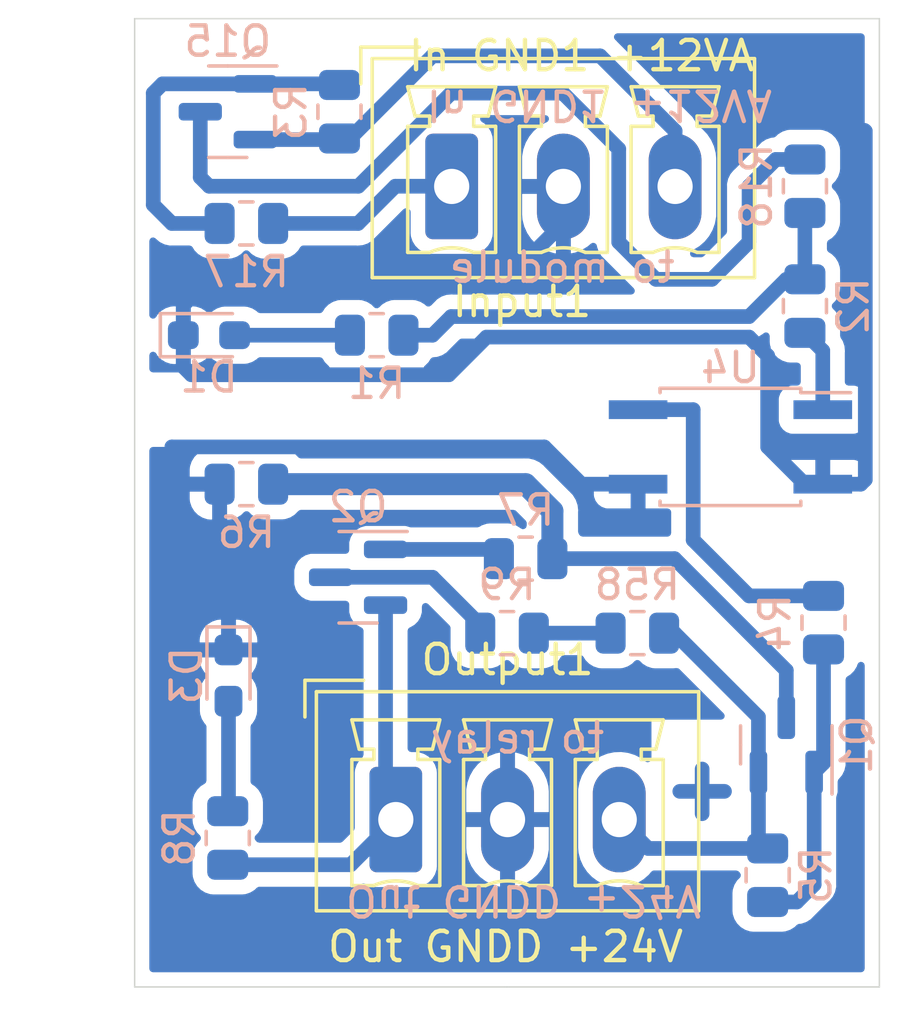
<source format=kicad_pcb>
(kicad_pcb (version 20211014) (generator pcbnew)
  (layers (0 "F.Cu" signal) (31 "B.Cu" signal) (34 "B.Paste" user) (35 "F.Paste" user) (36 "B.SilkS" user "B.Silkscreen") (37 "F.SilkS" user "F.Silkscreen") (38 "B.Mask" user) (39 "F.Mask" user) (44 "Edge.Cuts" user))
  (net 0 "")
  (net 1 "GND1")
  (net 2 "Net-(D1-Pad2)")
  (net 3 "GNDD")
  (net 4 "Net-(D3-Pad2)")
  (net 5 "+12VA")
  (net 6 "/INPUT_pin")
  (net 7 "/OUTPUT_pin")
  (net 8 "+24V")
  (net 9 "Net-(Q1-Pad1)")
  (net 10 "Net-(Q1-Pad3)")
  (net 11 "Net-(Q2-Pad1)")
  (net 12 "Net-(Q2-Pad3)")
  (net 13 "Net-(Q15-Pad1)")
  (net 14 "Net-(Q15-Pad3)")
  (net 15 "Net-(R1-Pad2)")
  (net 16 "Net-(R2-Pad1)")
  (net 17 "Net-(R4-Pad1)")
  (net 18 "Net-(R58-Pad2)")
  (footprint "Connector_Phoenix_MC:PhoenixContact_MCV_1,5_3-G-3.81_1x03_P3.81mm_Vertical" (layer "F.Cu") (at 121.3025 89.5425)
    (fp_text reference "Input1" (at 2.3955 3.9295) (layer "F.SilkS"))
    (fp_text value "Conn_01x03_Male")
    (fp_line (start 5.06 -2.4) (end 4.56 -2.4) (layer "F.SilkS") (width 0.12))
    (fp_line (start 8.87 -2.4) (end 8.37 -2.4) (layer "F.SilkS") (width 0.12))
    (fp_line (start 6.87 -2.05) (end 6.87 -2.4) (layer "F.SilkS") (width 0.12))
    (fp_line (start 0.75 -2.05) (end 1.5 -2.05) (layer "F.SilkS") (width 0.12))
    (fp_line (start 6.87 -2.4) (end 6.37 -2.4) (layer "F.SilkS") (width 0.12))
    (fp_line (start -0.75 2.25) (end -1.5 2.25) (layer "F.SilkS") (width 0.12))
    (fp_line (start 1.5 2.25) (end 0.75 2.25) (layer "F.SilkS") (width 0.12))
    (fp_line (start 6.12 -2.05) (end 6.87 -2.05) (layer "F.SilkS") (width 0.12))
    (fp_line (start 2.31 -2.05) (end 3.06 -2.05) (layer "F.SilkS") (width 0.12))
    (fp_line (start -1.5 2.25) (end -1.5 -2.05) (layer "F.SilkS") (width 0.12))
    (fp_line (start 6.37 -2.4) (end 6.12 -3.4) (layer "F.SilkS") (width 0.12))
    (fp_line (start 4.56 -2.05) (end 5.31 -2.05) (layer "F.SilkS") (width 0.12))
    (fp_line (start 3.06 -2.05) (end 3.06 -2.4) (layer "F.SilkS") (width 0.12))
    (fp_line (start -1.5 -2.05) (end -0.75 -2.05) (layer "F.SilkS") (width 0.12))
    (fp_line (start 5.31 -3.4) (end 5.06 -2.4) (layer "F.SilkS") (width 0.12))
    (fp_line (start 10.33 -4.36) (end -2.71 -4.36) (layer "F.SilkS") (width 0.12))
    (fp_line (start -1.25 -2.4) (end -1.5 -3.4) (layer "F.SilkS") (width 0.12))
    (fp_line (start 6.12 2.25) (end 6.12 -2.05) (layer "F.SilkS") (width 0.12))
    (fp_line (start 3.06 2.25) (end 2.31 2.25) (layer "F.SilkS") (width 0.12))
    (fp_line (start -2.71 -4.36) (end -2.71 3.11) (layer "F.SilkS") (width 0.12))
    (fp_line (start 9.12 2.25) (end 8.37 2.25) (layer "F.SilkS") (width 0.12))
    (fp_line (start -3.1 -4.75) (end -1.1 -4.75) (layer "F.SilkS") (width 0.12))
    (fp_line (start 5.31 -2.05) (end 5.31 2.25) (layer "F.SilkS") (width 0.12))
    (fp_line (start 2.31 2.25) (end 2.31 -2.05) (layer "F.SilkS") (width 0.12))
    (fp_line (start 9.12 -3.4) (end 8.87 -2.4) (layer "F.SilkS") (width 0.12))
    (fp_line (start 6.12 -3.4) (end 9.12 -3.4) (layer "F.SilkS") (width 0.12))
    (fp_line (start -3.1 -3.5) (end -3.1 -4.75) (layer "F.SilkS") (width 0.12))
    (fp_line (start 1.5 -2.05) (end 1.5 2.25) (layer "F.SilkS") (width 0.12))
    (fp_line (start 2.31 -3.4) (end 5.31 -3.4) (layer "F.SilkS") (width 0.12))
    (fp_line (start -2.71 3.11) (end 10.33 3.11) (layer "F.SilkS") (width 0.12))
    (fp_line (start 0.75 -2.4) (end 0.75 -2.05) (layer "F.SilkS") (width 0.12))
    (fp_line (start 4.56 -2.4) (end 4.56 -2.05) (layer "F.SilkS") (width 0.12))
    (fp_line (start -1.5 -3.4) (end 1.5 -3.4) (layer "F.SilkS") (width 0.12))
    (fp_line (start 8.37 -2.05) (end 9.12 -2.05) (layer "F.SilkS") (width 0.12))
    (fp_line (start 5.31 2.25) (end 4.56 2.25) (layer "F.SilkS") (width 0.12))
    (fp_line (start -0.75 -2.05) (end -0.75 -2.4) (layer "F.SilkS") (width 0.12))
    (fp_line (start 1.5 -3.4) (end 1.25 -2.4) (layer "F.SilkS") (width 0.12))
    (fp_line (start 9.12 -2.05) (end 9.12 2.25) (layer "F.SilkS") (width 0.12))
    (fp_line (start 1.25 -2.4) (end 0.75 -2.4) (layer "F.SilkS") (width 0.12))
    (fp_line (start 10.33 3.11) (end 10.33 -4.36) (layer "F.SilkS") (width 0.12))
    (fp_line (start 6.87 2.25) (end 6.12 2.25) (layer "F.SilkS") (width 0.12))
    (fp_line (start 8.37 -2.4) (end 8.37 -2.05) (layer "F.SilkS") (width 0.12))
    (fp_line (start 2.56 -2.4) (end 2.31 -3.4) (layer "F.SilkS") (width 0.12))
    (fp_line (start 3.06 -2.4) (end 2.56 -2.4) (layer "F.SilkS") (width 0.12))
    (fp_line (start -0.75 -2.4) (end -1.25 -2.4) (layer "F.SilkS") (width 0.12))
    (fp_arc (start 6.87 2.25) (mid 7.619807 2.09191) (end 8.369647 2.249844) (layer "F.SilkS") (width 0.12))
    (fp_arc (start 3.06 2.25) (mid 3.809807 2.09191) (end 4.559647 2.249844) (layer "F.SilkS") (width 0.12))
    (fp_arc (start -0.75 2.25) (mid -0.000193 2.09191) (end 0.749647 2.249844) (layer "F.SilkS") (width 0.12))
    (pad "1" thru_hole roundrect locked (at 0 0) (size 1.8 3.6) (drill 1.2) (layers *.Cu *.Mask) (roundrect_rratio 0.1388888889) (net 6 "/INPUT_pin"))
    (pad "2" thru_hole oval locked (at 3.81 0) (size 1.8 3.6) (drill 1.2) (layers *.Cu *.Mask) (net 1 "GND1"))
    (pad "3" thru_hole oval locked (at 7.62 0) (size 1.8 3.6) (drill 1.2) (layers *.Cu *.Mask) (net 5 "+12VA"))
  )
  (footprint "Connector_Phoenix_MC:PhoenixContact_MCV_1,5_3-G-3.81_1x03_P3.81mm_Vertical" (layer "F.Cu") (at 119.3975 111.1325)
    (fp_text reference "Output1" (at 3.81 -5.45) (layer "F.SilkS"))
    (fp_text value "Conn_01x03_Male")
    (fp_line (start 8.37 -2.05) (end 9.12 -2.05) (layer "F.SilkS") (width 0.12))
    (fp_line (start -1.5 -2.05) (end -0.75 -2.05) (layer "F.SilkS") (width 0.12))
    (fp_line (start -2.71 -4.36) (end -2.71 3.11) (layer "F.SilkS") (width 0.12))
    (fp_line (start -2.71 3.11) (end 10.33 3.11) (layer "F.SilkS") (width 0.12))
    (fp_line (start 9.12 -3.4) (end 8.87 -2.4) (layer "F.SilkS") (width 0.12))
    (fp_line (start -1.5 -3.4) (end 1.5 -3.4) (layer "F.SilkS") (width 0.12))
    (fp_line (start 9.12 -2.05) (end 9.12 2.25) (layer "F.SilkS") (width 0.12))
    (fp_line (start 4.56 -2.05) (end 5.31 -2.05) (layer "F.SilkS") (width 0.12))
    (fp_line (start 2.31 -3.4) (end 5.31 -3.4) (layer "F.SilkS") (width 0.12))
    (fp_line (start 2.56 -2.4) (end 2.31 -3.4) (layer "F.SilkS") (width 0.12))
    (fp_line (start 5.31 -3.4) (end 5.06 -2.4) (layer "F.SilkS") (width 0.12))
    (fp_line (start 2.31 2.25) (end 2.31 -2.05) (layer "F.SilkS") (width 0.12))
    (fp_line (start 0.75 -2.05) (end 1.5 -2.05) (layer "F.SilkS") (width 0.12))
    (fp_line (start 6.37 -2.4) (end 6.12 -3.4) (layer "F.SilkS") (width 0.12))
    (fp_line (start -1.25 -2.4) (end -1.5 -3.4) (layer "F.SilkS") (width 0.12))
    (fp_line (start 5.31 -2.05) (end 5.31 2.25) (layer "F.SilkS") (width 0.12))
    (fp_line (start -0.75 -2.05) (end -0.75 -2.4) (layer "F.SilkS") (width 0.12))
    (fp_line (start 1.5 -3.4) (end 1.25 -2.4) (layer "F.SilkS") (width 0.12))
    (fp_line (start 1.5 2.25) (end 0.75 2.25) (layer "F.SilkS") (width 0.12))
    (fp_line (start 6.12 -2.05) (end 6.87 -2.05) (layer "F.SilkS") (width 0.12))
    (fp_line (start 4.56 -2.4) (end 4.56 -2.05) (layer "F.SilkS") (width 0.12))
    (fp_line (start 6.87 2.25) (end 6.12 2.25) (layer "F.SilkS") (width 0.12))
    (fp_line (start 3.06 -2.4) (end 2.56 -2.4) (layer "F.SilkS") (width 0.12))
    (fp_line (start 3.06 -2.05) (end 3.06 -2.4) (layer "F.SilkS") (width 0.12))
    (fp_line (start 5.06 -2.4) (end 4.56 -2.4) (layer "F.SilkS") (width 0.12))
    (fp_line (start 3.06 2.25) (end 2.31 2.25) (layer "F.SilkS") (width 0.12))
    (fp_line (start -1.5 2.25) (end -1.5 -2.05) (layer "F.SilkS") (width 0.12))
    (fp_line (start 8.87 -2.4) (end 8.37 -2.4) (layer "F.SilkS") (width 0.12))
    (fp_line (start 10.33 -4.36) (end -2.71 -4.36) (layer "F.SilkS") (width 0.12))
    (fp_line (start 9.12 2.25) (end 8.37 2.25) (layer "F.SilkS") (width 0.12))
    (fp_line (start -0.75 -2.4) (end -1.25 -2.4) (layer "F.SilkS") (width 0.12))
    (fp_line (start -3.1 -4.75) (end -1.1 -4.75) (layer "F.SilkS") (width 0.12))
    (fp_line (start 10.33 3.11) (end 10.33 -4.36) (layer "F.SilkS") (width 0.12))
    (fp_line (start 6.12 -3.4) (end 9.12 -3.4) (layer "F.SilkS") (width 0.12))
    (fp_line (start 6.87 -2.4) (end 6.37 -2.4) (layer "F.SilkS") (width 0.12))
    (fp_line (start 6.87 -2.05) (end 6.87 -2.4) (layer "F.SilkS") (width 0.12))
    (fp_line (start -0.75 2.25) (end -1.5 2.25) (layer "F.SilkS") (width 0.12))
    (fp_line (start 1.5 -2.05) (end 1.5 2.25) (layer "F.SilkS") (width 0.12))
    (fp_line (start 2.31 -2.05) (end 3.06 -2.05) (layer "F.SilkS") (width 0.12))
    (fp_line (start -3.1 -3.5) (end -3.1 -4.75) (layer "F.SilkS") (width 0.12))
    (fp_line (start 1.25 -2.4) (end 0.75 -2.4) (layer "F.SilkS") (width 0.12))
    (fp_line (start 5.31 2.25) (end 4.56 2.25) (layer "F.SilkS") (width 0.12))
    (fp_line (start 6.12 2.25) (end 6.12 -2.05) (layer "F.SilkS") (width 0.12))
    (fp_line (start 0.75 -2.4) (end 0.75 -2.05) (layer "F.SilkS") (width 0.12))
    (fp_line (start 8.37 -2.4) (end 8.37 -2.05) (layer "F.SilkS") (width 0.12))
    (fp_arc (start -0.75 2.25) (mid -0.000193 2.09191) (end 0.749647 2.249844) (layer "F.SilkS") (width 0.12))
    (fp_arc (start 6.87 2.25) (mid 7.619807 2.09191) (end 8.369647 2.249844) (layer "F.SilkS") (width 0.12))
    (fp_arc (start 3.06 2.25) (mid 3.809807 2.09191) (end 4.559647 2.249844) (layer "F.SilkS") (width 0.12))
    (pad "1" thru_hole roundrect locked (at 0 0) (size 1.8 3.6) (drill 1.2) (layers *.Cu *.Mask) (roundrect_rratio 0.1388888889) (net 7 "/OUTPUT_pin"))
    (pad "2" thru_hole oval locked (at 3.81 0) (size 1.8 3.6) (drill 1.2) (layers *.Cu *.Mask) (net 3 "GNDD"))
    (pad "3" thru_hole oval locked (at 7.62 0) (size 1.8 3.6) (drill 1.2) (layers *.Cu *.Mask) (net 8 "+24V"))
  )
  (footprint "LED_SMD:LED_0603_1608Metric_Pad1.05x0.95mm_HandSolder" (layer "B.Cu") (at 113.6904 106.2228 -90)
    (fp_text reference "D3" (at 0 1.43 90) (layer "B.SilkS") (effects (justify mirror)))
    (fp_text value "LED")
    (fp_line (start -1.66 -0.735) (end 0.8 -0.735) (layer "B.SilkS") (width 0.12))
    (fp_line (start -1.66 0.735) (end -1.66 -0.735) (layer "B.SilkS") (width 0.12))
    (fp_line (start 0.8 0.735) (end -1.66 0.735) (layer "B.SilkS") (width 0.12))
    (pad "1" smd roundrect locked (at -0.875 0 270) (size 1.05 0.95) (layers "B.Cu" "B.Paste" "B.Mask") (net 3 "GNDD"))
    (pad "2" smd roundrect locked (at 0.875 0 270) (size 1.05 0.95) (layers "B.Cu" "B.Paste" "B.Mask") (net 4 "Net-(D3-Pad2)"))
  )
  (footprint "Package_TO_SOT_SMD:SOT-23" (layer "B.Cu") (at 132.715 108.585 90)
    (fp_text reference "Q1" (at 0 2.4 90) (layer "B.SilkS") (effects (justify mirror)))
    (fp_text value "BC807 / MMBT2907")
    (fp_line (start 0 -1.56) (end -0.65 -1.56) (layer "B.SilkS") (width 0.12))
    (fp_line (start 0 1.56) (end 0.65 1.56) (layer "B.SilkS") (width 0.12))
    (fp_line (start 0 -1.56) (end 0.65 -1.56) (layer "B.SilkS") (width 0.12))
    (fp_line (start 0 1.56) (end -1.675 1.56) (layer "B.SilkS") (width 0.12))
    (pad "1" smd roundrect locked (at -0.9375 0.95 90) (size 1.475 0.6) (layers "B.Cu" "B.Paste" "B.Mask") (net 9 "Net-(Q1-Pad1)"))
    (pad "2" smd roundrect locked (at -0.9375 -0.95 90) (size 1.475 0.6) (layers "B.Cu" "B.Paste" "B.Mask") (net 8 "+24V"))
    (pad "3" smd roundrect locked (at 0.9375 0 90) (size 1.475 0.6) (layers "B.Cu" "B.Paste" "B.Mask") (net 10 "Net-(Q1-Pad3)"))
  )
  (footprint "Resistor_SMD:R_0805_2012Metric" (layer "B.Cu") (at 113.665 111.76 -90)
    (fp_text reference "R8" (at 0 1.65 -270) (layer "B.SilkS") (effects (justify mirror)))
    (fp_text value "3k")
    (fp_line (start -0.227064 0.735) (end 0.227064 0.735) (layer "B.SilkS") (width 0.12))
    (fp_line (start -0.227064 -0.735) (end 0.227064 -0.735) (layer "B.SilkS") (width 0.12))
    (pad "1" smd roundrect locked (at -0.9125 0 270) (size 1.025 1.4) (layers "B.Cu" "B.Paste" "B.Mask") (roundrect_rratio 0.243902439) (net 4 "Net-(D3-Pad2)"))
    (pad "2" smd roundrect locked (at 0.9125 0 270) (size 1.025 1.4) (layers "B.Cu" "B.Paste" "B.Mask") (roundrect_rratio 0.243902439) (net 7 "/OUTPUT_pin"))
  )
  (footprint "Resistor_SMD:R_0805_2012Metric" (layer "B.Cu") (at 123.19 104.775 180)
    (fp_text reference "R9" (at 0 1.65) (layer "B.SilkS") (effects (justify mirror)))
    (fp_text value "30R")
    (fp_line (start -0.227064 -0.735) (end 0.227064 -0.735) (layer "B.SilkS") (width 0.12))
    (fp_line (start -0.227064 0.735) (end 0.227064 0.735) (layer "B.SilkS") (width 0.12))
    (pad "1" smd roundrect locked (at -0.9125 0 180) (size 1.025 1.4) (layers "B.Cu" "B.Paste" "B.Mask") (roundrect_rratio 0.243902439) (net 18 "Net-(R58-Pad2)"))
    (pad "2" smd roundrect locked (at 0.9125 0 180) (size 1.025 1.4) (layers "B.Cu" "B.Paste" "B.Mask") (roundrect_rratio 0.243902439) (net 12 "Net-(Q2-Pad3)"))
  )
  (footprint "Resistor_SMD:R_0805_2012Metric" (layer "B.Cu") (at 133.35 89.535 -90)
    (fp_text reference "R18" (at 0 1.65 -270) (layer "B.SilkS") (effects (justify mirror)))
    (fp_text value "30R")
    (fp_line (start -0.227064 -0.735) (end 0.227064 -0.735) (layer "B.SilkS") (width 0.12))
    (fp_line (start -0.227064 0.735) (end 0.227064 0.735) (layer "B.SilkS") (width 0.12))
    (pad "1" smd roundrect locked (at -0.9125 0 270) (size 1.025 1.4) (layers "B.Cu" "B.Paste" "B.Mask") (roundrect_rratio 0.243902439) (net 14 "Net-(Q15-Pad3)"))
    (pad "2" smd roundrect locked (at 0.9125 0 270) (size 1.025 1.4) (layers "B.Cu" "B.Paste" "B.Mask") (roundrect_rratio 0.243902439) (net 15 "Net-(R1-Pad2)"))
  )
  (footprint "Package_TO_SOT_SMD:SOT-23" (layer "B.Cu") (at 113.665 86.995 180)
    (fp_text reference "Q15" (at 0 2.4) (layer "B.SilkS") (effects (justify mirror)))
    (fp_text value "BC807 / MMBT2907")
    (fp_line (start 0 -1.56) (end 0.65 -1.56) (layer "B.SilkS") (width 0.12))
    (fp_line (start 0 -1.56) (end -0.65 -1.56) (layer "B.SilkS") (width 0.12))
    (fp_line (start 0 1.56) (end -1.675 1.56) (layer "B.SilkS") (width 0.12))
    (fp_line (start 0 1.56) (end 0.65 1.56) (layer "B.SilkS") (width 0.12))
    (pad "1" smd roundrect locked (at -0.9375 0.95 180) (size 1.475 0.6) (layers "B.Cu" "B.Paste" "B.Mask") (net 13 "Net-(Q15-Pad1)"))
    (pad "2" smd roundrect locked (at -0.9375 -0.95 180) (size 1.475 0.6) (layers "B.Cu" "B.Paste" "B.Mask") (net 5 "+12VA"))
    (pad "3" smd roundrect locked (at 0.9375 0 180) (size 1.475 0.6) (layers "B.Cu" "B.Paste" "B.Mask") (net 14 "Net-(Q15-Pad3)"))
  )
  (footprint "Resistor_SMD:R_0805_2012Metric" (layer "B.Cu") (at 123.825 102.235 180)
    (fp_text reference "R7" (at 0 1.65) (layer "B.SilkS") (effects (justify mirror)))
    (fp_text value "4k7")
    (fp_line (start -0.227064 0.735) (end 0.227064 0.735) (layer "B.SilkS") (width 0.12))
    (fp_line (start -0.227064 -0.735) (end 0.227064 -0.735) (layer "B.SilkS") (width 0.12))
    (pad "1" smd roundrect locked (at -0.9125 0 180) (size 1.025 1.4) (layers "B.Cu" "B.Paste" "B.Mask") (roundrect_rratio 0.243902439) (net 10 "Net-(Q1-Pad3)"))
    (pad "2" smd roundrect locked (at 0.9125 0 180) (size 1.025 1.4) (layers "B.Cu" "B.Paste" "B.Mask") (roundrect_rratio 0.243902439) (net 11 "Net-(Q2-Pad1)"))
  )
  (footprint "Resistor_SMD:R_0805_2012Metric" (layer "B.Cu") (at 127.635 104.775 180)
    (fp_text reference "R58" (at 0 1.65) (layer "B.SilkS") (effects (justify mirror)))
    (fp_text value "30R")
    (fp_line (start -0.227064 0.735) (end 0.227064 0.735) (layer "B.SilkS") (width 0.12))
    (fp_line (start -0.227064 -0.735) (end 0.227064 -0.735) (layer "B.SilkS") (width 0.12))
    (pad "1" smd roundrect locked (at -0.9125 0 180) (size 1.025 1.4) (layers "B.Cu" "B.Paste" "B.Mask") (roundrect_rratio 0.243902439) (net 8 "+24V"))
    (pad "2" smd roundrect locked (at 0.9125 0 180) (size 1.025 1.4) (layers "B.Cu" "B.Paste" "B.Mask") (roundrect_rratio 0.243902439) (net 18 "Net-(R58-Pad2)"))
  )
  (footprint "Resistor_SMD:R_0805_2012Metric" (layer "B.Cu") (at 133.35 93.6225 90)
    (fp_text reference "R2" (at 0 1.65 90) (layer "B.SilkS") (effects (justify mirror)))
    (fp_text value "750")
    (fp_line (start -0.227064 0.735) (end 0.227064 0.735) (layer "B.SilkS") (width 0.12))
    (fp_line (start -0.227064 -0.735) (end 0.227064 -0.735) (layer "B.SilkS") (width 0.12))
    (pad "1" smd roundrect locked (at -0.9125 0 90) (size 1.025 1.4) (layers "B.Cu" "B.Paste" "B.Mask") (roundrect_rratio 0.243902439) (net 16 "Net-(R2-Pad1)"))
    (pad "2" smd roundrect locked (at 0.9125 0 90) (size 1.025 1.4) (layers "B.Cu" "B.Paste" "B.Mask") (roundrect_rratio 0.243902439) (net 15 "Net-(R1-Pad2)"))
  )
  (footprint "Resistor_SMD:R_0805_2012Metric" (layer "B.Cu") (at 114.3 99.695)
    (fp_text reference "R6" (at 0 1.65) (layer "B.SilkS") (effects (justify mirror)))
    (fp_text value "20k")
    (fp_line (start -0.227064 0.735) (end 0.227064 0.735) (layer "B.SilkS") (width 0.12))
    (fp_line (start -0.227064 -0.735) (end 0.227064 -0.735) (layer "B.SilkS") (width 0.12))
    (pad "1" smd roundrect locked (at -0.9125 0) (size 1.025 1.4) (layers "B.Cu" "B.Paste" "B.Mask") (roundrect_rratio 0.243902439) (net 3 "GNDD"))
    (pad "2" smd roundrect (at 0.9125 0) (size 1.025 1.4) (layers "B.Cu" "B.Paste" "B.Mask") (roundrect_rratio 0.243902439) (net 10 "Net-(Q1-Pad3)"))
  )
  (footprint "Resistor_SMD:R_0805_2012Metric" (layer "B.Cu") (at 132.08 113.03 90)
    (fp_text reference "R5" (at 0 1.65 90) (layer "B.SilkS") (effects (justify mirror)))
    (fp_text value "200k")
    (fp_line (start -0.227064 0.735) (end 0.227064 0.735) (layer "B.SilkS") (width 0.12))
    (fp_line (start -0.227064 -0.735) (end 0.227064 -0.735) (layer "B.SilkS") (width 0.12))
    (pad "1" smd roundrect locked (at -0.9125 0 90) (size 1.025 1.4) (layers "B.Cu" "B.Paste" "B.Mask") (roundrect_rratio 0.243902439) (net 9 "Net-(Q1-Pad1)"))
    (pad "2" smd roundrect locked (at 0.9125 0 90) (size 1.025 1.4) (layers "B.Cu" "B.Paste" "B.Mask") (roundrect_rratio 0.243902439) (net 8 "+24V"))
  )
  (footprint "Resistor_SMD:R_0805_2012Metric" (layer "B.Cu") (at 133.985 104.4175 -90)
    (fp_text reference "R4" (at 0 1.65 -270) (layer "B.SilkS") (effects (justify mirror)))
    (fp_text value "4k7")
    (fp_line (start -0.227064 0.735) (end 0.227064 0.735) (layer "B.SilkS") (width 0.12))
    (fp_line (start -0.227064 -0.735) (end 0.227064 -0.735) (layer "B.SilkS") (width 0.12))
    (pad "1" smd roundrect locked (at -0.9125 0 270) (size 1.025 1.4) (layers "B.Cu" "B.Paste" "B.Mask") (roundrect_rratio 0.243902439) (net 17 "Net-(R4-Pad1)"))
    (pad "2" smd roundrect locked (at 0.9125 0 270) (size 1.025 1.4) (layers "B.Cu" "B.Paste" "B.Mask") (roundrect_rratio 0.243902439) (net 9 "Net-(Q1-Pad1)"))
  )
  (footprint "Resistor_SMD:R_0805_2012Metric" (layer "B.Cu") (at 114.3 90.805)
    (fp_text reference "R17" (at 0 1.65) (layer "B.SilkS") (effects (justify mirror)))
    (fp_text value "2.2k")
    (fp_line (start -0.227064 -0.735) (end 0.227064 -0.735) (layer "B.SilkS") (width 0.12))
    (fp_line (start -0.227064 0.735) (end 0.227064 0.735) (layer "B.SilkS") (width 0.12))
    (pad "1" smd roundrect locked (at -0.9125 0) (size 1.025 1.4) (layers "B.Cu" "B.Paste" "B.Mask") (roundrect_rratio 0.243902439) (net 13 "Net-(Q15-Pad1)"))
    (pad "2" smd roundrect locked (at 0.9125 0) (size 1.025 1.4) (layers "B.Cu" "B.Paste" "B.Mask") (roundrect_rratio 0.243902439) (net 6 "/INPUT_pin"))
  )
  (footprint "LED_SMD:LED_0603_1608Metric_Pad1.05x0.95mm_HandSolder" (layer "B.Cu") (at 113.025 94.615)
    (fp_text reference "D1" (at 0 1.43) (layer "B.SilkS") (effects (justify mirror)))
    (fp_text value "LED")
    (fp_line (start -1.66 0.735) (end -1.66 -0.735) (layer "B.SilkS") (width 0.12))
    (fp_line (start 0.8 0.735) (end -1.66 0.735) (layer "B.SilkS") (width 0.12))
    (fp_line (start -1.66 -0.735) (end 0.8 -0.735) (layer "B.SilkS") (width 0.12))
    (pad "1" smd roundrect locked (at -0.875 0) (size 1.05 0.95) (layers "B.Cu" "B.Paste" "B.Mask") (net 1 "GND1"))
    (pad "2" smd roundrect locked (at 0.875 0) (size 1.05 0.95) (layers "B.Cu" "B.Paste" "B.Mask") (net 2 "Net-(D1-Pad2)"))
  )
  (footprint "Resistor_SMD:R_0805_2012Metric" (layer "B.Cu") (at 117.475 86.995 -90)
    (fp_text reference "R3" (at 0 1.65 -270) (layer "B.SilkS") (effects (justify mirror)))
    (fp_text value "10k")
    (fp_line (start -0.227064 0.735) (end 0.227064 0.735) (layer "B.SilkS") (width 0.12))
    (fp_line (start -0.227064 -0.735) (end 0.227064 -0.735) (layer "B.SilkS") (width 0.12))
    (pad "1" smd roundrect locked (at -0.9125 0 270) (size 1.025 1.4) (layers "B.Cu" "B.Paste" "B.Mask") (roundrect_rratio 0.243902439) (net 13 "Net-(Q15-Pad1)"))
    (pad "2" smd roundrect locked (at 0.9125 0 270) (size 1.025 1.4) (layers "B.Cu" "B.Paste" "B.Mask") (roundrect_rratio 0.243902439) (net 5 "+12VA"))
  )
  (footprint "Package_SO:SO-4_4.4x3.6mm_P2.54mm" (layer "B.Cu") (at 130.81 98.425 180)
    (fp_text reference "U4" (at 0 2.7) (layer "B.SilkS") (effects (justify mirror)))
    (fp_text value "LTV-356T")
    (fp_line (start -2.4 -2) (end -2.4 -1.85) (layer "B.SilkS") (width 0.12))
    (fp_line (start -2.4 2) (end 2.4 2) (layer "B.SilkS") (width 0.12))
    (fp_line (start -2.4 1.85) (end -2.4 2) (layer "B.SilkS") (width 0.12))
    (fp_line (start 2.4 -2) (end -2.4 -2) (layer "B.SilkS") (width 0.12))
    (fp_line (start -2.4 1.85) (end -4.1 1.85) (layer "B.SilkS") (width 0.12))
    (fp_line (start 2.4 2) (end 2.4 1.85) (layer "B.SilkS") (width 0.12))
    (fp_line (start 2.4 -1.85) (end 2.4 -2) (layer "B.SilkS") (width 0.12))
    (pad "1" smd rect locked (at -3.15 1.27 180) (size 2 0.64) (layers "B.Cu" "B.Paste" "B.Mask") (net 16 "Net-(R2-Pad1)"))
    (pad "2" smd rect locked (at -3.15 -1.27 180) (size 2 0.64) (layers "B.Cu" "B.Paste" "B.Mask") (net 1 "GND1"))
    (pad "3" smd rect locked (at 3.15 -1.27 180) (size 2 0.64) (layers "B.Cu" "B.Paste" "B.Mask") (net 3 "GNDD"))
    (pad "4" smd rect locked (at 3.15 1.27 180) (size 2 0.64) (layers "B.Cu" "B.Paste" "B.Mask") (net 17 "Net-(R4-Pad1)"))
  )
  (footprint "Package_TO_SOT_SMD:SOT-23" (layer "B.Cu") (at 118.11 102.87 180)
    (fp_text reference "Q2" (at 0 2.4) (layer "B.SilkS") (effects (justify mirror)))
    (fp_text value "BC817 / MMBT222A")
    (fp_line (start 0 1.56) (end -1.675 1.56) (layer "B.SilkS") (width 0.12))
    (fp_line (start 0 -1.56) (end -0.65 -1.56) (layer "B.SilkS") (width 0.12))
    (fp_line (start 0 1.56) (end 0.65 1.56) (layer "B.SilkS") (width 0.12))
    (fp_line (start 0 -1.56) (end 0.65 -1.56) (layer "B.SilkS") (width 0.12))
    (pad "1" smd roundrect locked (at -0.9375 0.95 180) (size 1.475 0.6) (layers "B.Cu" "B.Paste" "B.Mask") (net 11 "Net-(Q2-Pad1)"))
    (pad "2" smd roundrect locked (at -0.9375 -0.95 180) (size 1.475 0.6) (layers "B.Cu" "B.Paste" "B.Mask") (net 7 "/OUTPUT_pin"))
    (pad "3" smd roundrect locked (at 0.9375 0 180) (size 1.475 0.6) (layers "B.Cu" "B.Paste" "B.Mask") (net 12 "Net-(Q2-Pad3)"))
  )
  (footprint "Resistor_SMD:R_0805_2012Metric" (layer "B.Cu") (at 118.745 94.615)
    (fp_text reference "R1" (at 0 1.65) (layer "B.SilkS") (effects (justify mirror)))
    (fp_text value "750")
    (fp_line (start -0.227064 -0.735) (end 0.227064 -0.735) (layer "B.SilkS") (width 0.12))
    (fp_line (start -0.227064 0.735) (end 0.227064 0.735) (layer "B.SilkS") (width 0.12))
    (pad "1" smd roundrect locked (at -0.9125 0) (size 1.025 1.4) (layers "B.Cu" "B.Paste" "B.Mask") (roundrect_rratio 0.243902439) (net 2 "Net-(D1-Pad2)"))
    (pad "2" smd roundrect locked (at 0.9125 0) (size 1.025 1.4) (layers "B.Cu" "B.Paste" "B.Mask") (roundrect_rratio 0.243902439) (net 15 "Net-(R1-Pad2)"))
  )
  (gr_line (start 135.89 116.84) (end 135.89 83.82) (layer "Edge.Cuts") (width 0.05))
  (gr_line (start 123.19 116.84) (end 110.49 116.84) (layer "Edge.Cuts") (width 0.05))
  (gr_line (start 110.49 116.84) (end 110.49 83.82) (layer "Edge.Cuts") (width 0.05))
  (gr_line (start 123.19 116.84) (end 135.89 116.84) (layer "Edge.Cuts") (width 0.05))
  (gr_line (start 110.49 83.82) (end 135.89 83.82) (layer "Edge.Cuts") (width 0.05))
  (gr_text "+" (at 129.8448 110.0328) (layer "B.Cu") (effects (font (size 2 2) (thickness 0.5)) (justify mirror)))
  (gr_text "Out GNDD +24V" (at 123.7488 113.8936 180) (layer "B.SilkS") (effects (font (size 1 1)) (justify mirror)))
  (gr_text "In GND1 +12VA" (at 126.3396 86.7664 180) (layer "B.SilkS") (effects (font (size 1 1)) (justify mirror)))
  (gr_text "to module" (at 125.0696 92.3036) (layer "B.SilkS") (effects (font (size 1 1)) (justify mirror)))
  (gr_text "to relay" (at 123.5456 108.3564) (layer "B.SilkS") (effects (font (size 1 1)) (justify mirror)))
  (gr_text "Out GNDD +24V" (at 123.1392 115.4684) (layer "F.SilkS") (effects (font (size 1 1))))
  (gr_text "In GND1 +12VA" (at 125.73 85.09) (layer "F.SilkS") (effects (font (size 1 1))))
  (segment (start 133.96 99.695) (end 133.35 99.695) (width 0.5) (layer "B.Cu") (net 1))
  (segment (start 113.03 92.71) (end 112.15 93.59) (width 0.5) (layer "B.Cu") (net 1))
  (segment (start 125.1125 89.5425) (end 125.1125 90.7875) (width 0.5) (layer "B.Cu") (net 1))
  (segment (start 135.409511 87.657511) (end 135.382 87.63) (width 0.5) (layer "B.Cu") (net 1))
  (segment (start 131.445 94.67952) (end 122.49048 94.67952) (width 0.5) (layer "B.Cu") (net 1))
  (segment (start 112.423711 95.964511) (end 112.15 95.6908) (width 0.5) (layer "B.Cu") (net 1))
  (segment (start 122.49048 94.67952) (end 121.205489 95.964511) (width 0.5) (layer "B.Cu") (net 1))
  (segment (start 123.19 92.71) (end 113.03 92.71) (width 0.5) (layer "B.Cu") (net 1))
  (segment (start 135.255 99.695) (end 135.382 99.568) (width 0.5) (layer "B.Cu") (net 1))
  (segment (start 132.08 98.425) (end 132.08 95.31452) (width 0.5) (layer "B.Cu") (net 1))
  (segment (start 112.15 95.6908) (end 112.15 94.615) (width 0.5) (layer "B.Cu") (net 1))
  (segment (start 135.409511 99.540489) (end 135.409511 87.657511) (width 0.5) (layer "B.Cu") (net 1))
  (segment (start 135.382 99.568) (end 135.409511 99.540489) (width 0.5) (layer "B.Cu") (net 1))
  (segment (start 133.35 99.695) (end 132.08 98.425) (width 0.5) (layer "B.Cu") (net 1))
  (segment (start 132.08 95.31452) (end 131.445 94.67952) (width 0.5) (layer "B.Cu") (net 1))
  (segment (start 133.96 99.695) (end 135.255 99.695) (width 0.5) (layer "B.Cu") (net 1))
  (segment (start 125.1125 90.7875) (end 123.19 92.71) (width 0.5) (layer "B.Cu") (net 1))
  (segment (start 112.15 93.59) (end 112.15 94.615) (width 0.5) (layer "B.Cu") (net 1))
  (segment (start 121.205489 95.964511) (end 112.423711 95.964511) (width 0.5) (layer "B.Cu") (net 1))
  (segment (start 113.9 94.615) (end 117.8325 94.615) (width 0.5) (layer "B.Cu") (net 2))
  (segment (start 123.2075 113.6475) (end 123.2075 111.1325) (width 0.5) (layer "B.Cu") (net 3))
  (segment (start 112.395 114.935) (end 121.92 114.935) (width 0.5) (layer "B.Cu") (net 3))
  (segment (start 111.76 114.3) (end 112.395 114.935) (width 0.5) (layer "B.Cu") (net 3))
  (segment (start 111.76 98.425) (end 111.76 99.695) (width 0.5) (layer "B.Cu") (net 3))
  (segment (start 113.3875 99.695) (end 111.76 99.695) (width 0.5) (layer "B.Cu") (net 3))
  (segment (start 111.8222 105.3478) (end 111.76 105.41) (width 0.5) (layer "B.Cu") (net 3))
  (segment (start 125.73 99.695) (end 127.66 99.695) (width 0.5) (layer "B.Cu") (net 3))
  (segment (start 113.6904 105.3478) (end 111.8222 105.3478) (width 0.5) (layer "B.Cu") (net 3))
  (segment (start 111.76 99.695) (end 111.76 105.41) (width 0.5) (layer "B.Cu") (net 3))
  (segment (start 124.46 98.425) (end 125.73 99.695) (width 0.5) (layer "B.Cu") (net 3))
  (segment (start 121.92 114.935) (end 123.2075 113.6475) (width 0.5) (layer "B.Cu") (net 3))
  (segment (start 111.76 105.41) (end 111.76 114.3) (width 0.5) (layer "B.Cu") (net 3))
  (segment (start 111.76 98.425) (end 124.46 98.425) (width 0.5) (layer "B.Cu") (net 3))
  (segment (start 113.6904 110.8221) (end 113.665 110.8475) (width 0.5) (layer "B.Cu") (net 4))
  (segment (start 113.6904 107.0978) (end 113.6904 110.8221) (width 0.5) (layer "B.Cu") (net 4))
  (segment (start 120.65 85.09) (end 126.365 85.09) (width 0.5) (layer "B.Cu") (net 5))
  (segment (start 117.4375 87.945) (end 117.475 87.9075) (width 0.5) (layer "B.Cu") (net 5))
  (segment (start 117.475 87.9075) (end 117.8325 87.9075) (width 0.5) (layer "B.Cu") (net 5))
  (segment (start 114.6025 87.945) (end 117.4375 87.945) (width 0.5) (layer "B.Cu") (net 5))
  (segment (start 128.9225 87.6475) (end 128.9225 89.5425) (width 0.5) (layer "B.Cu") (net 5))
  (segment (start 117.8325 87.9075) (end 120.65 85.09) (width 0.5) (layer "B.Cu") (net 5))
  (segment (start 126.365 85.09) (end 128.9225 87.6475) (width 0.5) (layer "B.Cu") (net 5))
  (segment (start 115.2125 90.805) (end 118.11 90.805) (width 0.5) (layer "B.Cu") (net 6))
  (segment (start 119.38 89.535) (end 121.295 89.535) (width 0.5) (layer "B.Cu") (net 6))
  (segment (start 118.11 90.805) (end 119.38 89.535) (width 0.5) (layer "B.Cu") (net 6))
  (segment (start 121.295 89.535) (end 121.3025 89.5425) (width 0.5) (layer "B.Cu") (net 6))
  (segment (start 119.0475 103.82) (end 119.0475 110.7825) (width 0.5) (layer "B.Cu") (net 7))
  (segment (start 117.8575 112.6725) (end 119.3975 111.1325) (width 0.5) (layer "B.Cu") (net 7))
  (segment (start 113.665 112.6725) (end 117.8575 112.6725) (width 0.5) (layer "B.Cu") (net 7))
  (segment (start 119.0475 110.7825) (end 119.3975 111.1325) (width 0.5) (layer "B.Cu") (net 7))
  (segment (start 128.0025 112.1175) (end 127.0175 111.1325) (width 0.5) (layer "B.Cu") (net 8))
  (segment (start 127.3025 110.8475) (end 127.0175 111.1325) (width 0.75) (layer "B.Cu") (net 8))
  (segment (start 128.905 104.775) (end 131.765 107.635) (width 0.5) (layer "B.Cu") (net 8))
  (segment (start 131.765 109.5225) (end 131.765 111.8025) (width 0.5) (layer "B.Cu") (net 8))
  (segment (start 128.6275 112.1175) (end 128.0025 112.1175) (width 0.5) (layer "B.Cu") (net 8))
  (segment (start 128.5475 104.775) (end 128.905 104.775) (width 0.5) (layer "B.Cu") (net 8))
  (segment (start 131.765 111.8025) (end 132.08 112.1175) (width 0.5) (layer "B.Cu") (net 8))
  (segment (start 131.765 107.635) (end 131.765 109.5225) (width 0.5) (layer "B.Cu") (net 8))
  (segment (start 132.08 112.1175) (end 128.6275 112.1175) (width 0.5) (layer "B.Cu") (net 8))
  (segment (start 133.0725 113.9425) (end 132.08 113.9425) (width 0.5) (layer "B.Cu") (net 9))
  (segment (start 133.665 109.5225) (end 133.985 109.2025) (width 0.5) (layer "B.Cu") (net 9))
  (segment (start 133.985 109.2025) (end 133.985 105.33) (width 0.5) (layer "B.Cu") (net 9))
  (segment (start 133.665 109.5225) (end 133.665 113.35) (width 0.5) (layer "B.Cu") (net 9))
  (segment (start 133.665 113.35) (end 133.0725 113.9425) (width 0.5) (layer "B.Cu") (net 9))
  (segment (start 115.2125 99.695) (end 123.825 99.695) (width 0.75) (layer "B.Cu") (net 10))
  (segment (start 123.825 99.695) (end 124.7375 100.6075) (width 0.75) (layer "B.Cu") (net 10))
  (segment (start 124.7375 100.6075) (end 124.7375 102.235) (width 0.75) (layer "B.Cu") (net 10))
  (segment (start 128.905 102.235) (end 124.7375 102.235) (width 0.5) (layer "B.Cu") (net 10))
  (segment (start 132.715 107.6475) (end 132.715 106.045) (width 0.5) (layer "B.Cu") (net 10))
  (segment (start 132.715 106.045) (end 128.905 102.235) (width 0.5) (layer "B.Cu") (net 10))
  (segment (start 119.0475 101.92) (end 122.5975 101.92) (width 0.5) (layer "B.Cu") (net 11))
  (segment (start 122.5975 101.92) (end 122.9125 102.235) (width 0.5) (layer "B.Cu") (net 11))
  (segment (start 117.1725 102.87) (end 120.65 102.87) (width 0.5) (layer "B.Cu") (net 12))
  (segment (start 120.65 102.87) (end 122.2775 104.4975) (width 0.5) (layer "B.Cu") (net 12))
  (segment (start 122.2775 104.4975) (end 122.2775 104.775) (width 0.5) (layer "B.Cu") (net 12))
  (segment (start 111.44 86.045) (end 111.125 86.36) (width 0.5) (layer "B.Cu") (net 13))
  (segment (start 111.125 90.17) (end 111.125 86.36) (width 0.5) (layer "B.Cu") (net 13))
  (segment (start 113.3875 90.805) (end 111.76 90.805) (width 0.5) (layer "B.Cu") (net 13))
  (segment (start 111.76 90.805) (end 111.125 90.17) (width 0.5) (layer "B.Cu") (net 13))
  (segment (start 117.4375 86.045) (end 117.475 86.0825) (width 0.5) (layer "B.Cu") (net 13))
  (segment (start 114.6025 86.045) (end 111.44 86.045) (width 0.5) (layer "B.Cu") (net 13))
  (segment (start 114.6025 86.045) (end 117.4375 86.045) (width 0.5) (layer "B.Cu") (net 13))
  (segment (start 127 91.44) (end 128.27 92.71) (width 0.5) (layer "B.Cu") (net 14))
  (segment (start 131.445 89.535) (end 132.3575 88.6225) (width 0.5) (layer "B.Cu") (net 14))
  (segment (start 130.175 92.71) (end 131.445 91.44) (width 0.5) (layer "B.Cu") (net 14))
  (segment (start 131.445 91.44) (end 131.445 89.535) (width 0.5) (layer "B.Cu") (net 14))
  (segment (start 125.095 86.36) (end 127 88.265) (width 0.5) (layer "B.Cu") (net 14))
  (segment (start 118.12073 89.535) (end 120.36275 87.29298) (width 0.5) (layer "B.Cu") (net 14))
  (segment (start 121.285 86.36) (end 125.095 86.36) (width 0.5) (layer "B.Cu") (net 14))
  (segment (start 112.7275 86.995) (end 112.7275 89.2325) (width 0.5) (layer "B.Cu") (net 14))
  (segment (start 128.27 92.71) (end 130.175 92.71) (width 0.5) (layer "B.Cu") (net 14))
  (segment (start 120.36275 87.28225) (end 121.285 86.36) (width 0.5) (layer "B.Cu") (net 14))
  (segment (start 112.7275 89.2325) (end 113.03 89.535) (width 0.5) (layer "B.Cu") (net 14))
  (segment (start 113.03 89.535) (end 118.12073 89.535) (width 0.5) (layer "B.Cu") (net 14))
  (segment (start 127 88.265) (end 127 91.44) (width 0.5) (layer "B.Cu") (net 14))
  (segment (start 120.36275 87.29298) (end 120.36275 87.28225) (width 0.5) (layer "B.Cu") (net 14))
  (segment (start 132.3575 88.6225) (end 133.35 88.6225) (width 0.5) (layer "B.Cu") (net 14))
  (segment (start 119.6575 94.615) (end 120.65 94.615) (width 0.5) (layer "B.Cu") (net 15))
  (segment (start 121.285 93.98) (end 131.445 93.98) (width 0.5) (layer "B.Cu") (net 15))
  (segment (start 132.715 92.71) (end 133.35 92.71) (width 0.5) (layer "B.Cu") (net 15))
  (segment (start 133.35 92.71) (end 133.35 90.4475) (width 0.5) (layer "B.Cu") (net 15))
  (segment (start 131.445 93.98) (end 132.715 92.71) (width 0.5) (layer "B.Cu") (net 15))
  (segment (start 120.65 94.615) (end 121.285 93.98) (width 0.5) (layer "B.Cu") (net 15))
  (segment (start 133.96 97.155) (end 133.96 95.145) (width 0.5) (layer "B.Cu") (net 16))
  (segment (start 133.96 95.145) (end 133.35 94.535) (width 0.5) (layer "B.Cu") (net 16))
  (segment (start 127.66 97.155) (end 129.54 97.155) (width 0.5) (layer "B.Cu") (net 17))
  (segment (start 129.54 101.6) (end 131.445 103.505) (width 0.5) (layer "B.Cu") (net 17))
  (segment (start 131.445 103.505) (end 133.985 103.505) (width 0.5) (layer "B.Cu") (net 17))
  (segment (start 129.54 97.155) (end 129.54 101.6) (width 0.5) (layer "B.Cu") (net 17))
  (segment (start 124.1025 104.775) (end 126.7225 104.775) (width 0.5) (layer "B.Cu") (net 18))
  (zone (net 3) (net_name "GNDD") (layer "B.Cu") (connect_pads (clearance 0.5)) (min_thickness 0.254) (fill yes (thermal_gap 0.508) (thermal_bridge_width 0.508))
    (polygon (pts (xy 125.73 99.695) (xy 129.54 99.695) (xy 129.54 101.6) (xy 131.445 103.505) (xy 137.16 103.505) (xy 137.16 117.475) (xy 109.855 118.11) (xy 109.855 98.425) (xy 124.46 98.425)))
  )
  (zone (net 0) (net_name "") (layer "B.Cu") (connect_pads (clearance 0)) (min_thickness 0.254)
    (keepout (tracks not_allowed) (vias not_allowed) (pads not_allowed) (copperpour not_allowed) (footprints allowed))
    (fill (thermal_gap 0.508) (thermal_bridge_width 0.508))
    (polygon (pts (xy 131.1148 108.5088) (xy 131.1148 111.4552) (xy 128.5748 111.5568) (xy 128.5748 108.458)))
  )
  (zone (net 1) (net_name "GND1") (layer "B.Cu") (connect_pads (clearance 0.5)) (min_thickness 0.254) (fill yes (thermal_gap 0.508) (thermal_bridge_width 0.508))
    (polygon (pts (xy 137.16 99.695) (xy 133.35 99.695) (xy 132.08 98.425) (xy 132.08 95.25) (xy 131.445 94.615) (xy 122.555 94.615) (xy 121.285 95.885) (xy 109.855 95.885) (xy 109.855 83.185) (xy 137.16 83.185)))
  )
)
</source>
